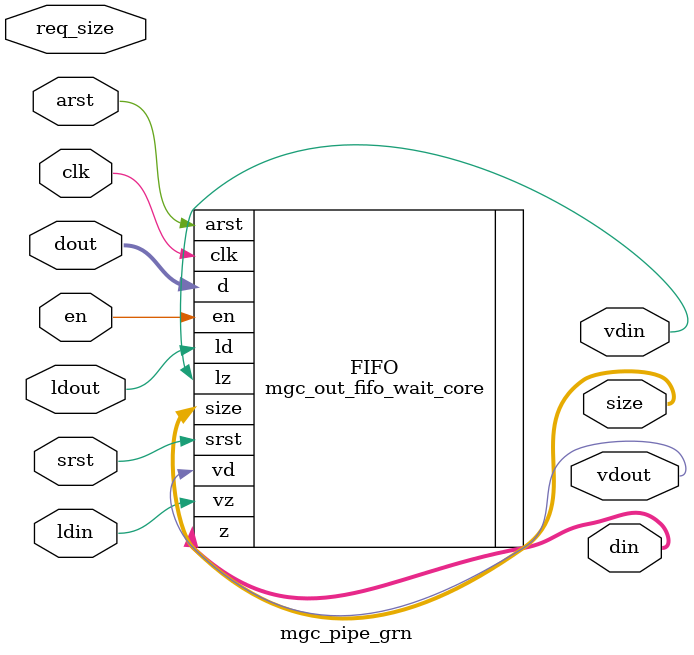
<source format=v>

module mgc_out_reg_pos_grn (clk, en, arst, srst, ld, d, lz, z);

    parameter integer rscid   = 1;
    parameter integer width   = 8;
    parameter         ph_en   =  1'b1;
    parameter         ph_arst =  1'b1;
    parameter         ph_srst =  1'b1;

    input              clk;
    input              en;
    input              arst;
    input              srst;
    input              ld;
    input  [width-1:0] d;
    output             lz;
    output [width-1:0] z;

    reg                lz;
    reg    [width-1:0] z;

    generate
    if (ph_arst == 1'b0)
    begin: NEG_ARST
        always @(posedge clk or negedge arst)
        if (arst == 1'b0)
        begin: B1
            lz <= 1'b0;
            z  <= {width{1'b0}};
        end
        else if (srst == ph_srst)
        begin: B2
            lz <= 1'b0;
            z  <= {width{1'b0}};
        end
        else if (en == ph_en)
        begin: B3
            lz <= ld;
            z  <= (ld) ? d : z;
        end
    end
    else
    begin: POS_ARST
        always @(posedge clk or posedge arst)
        if (arst == 1'b1)
        begin: B1
            lz <= 1'b0;
            z  <= {width{1'b0}};
        end
        else if (srst == ph_srst)
        begin: B2
            lz <= 1'b0;
            z  <= {width{1'b0}};
        end
        else if (en == ph_en)
        begin: B3
            lz <= ld;
            z  <= (ld) ? d : z;
        end
    end
    endgenerate

endmodule

//------------------------------------------------------------------

module mgc_out_reg_neg_grn (clk, en, arst, srst, ld, d, lz, z);

    parameter integer rscid   = 1;
    parameter integer width   = 8;
    parameter         ph_en   =  1'b1;
    parameter         ph_arst =  1'b1;
    parameter         ph_srst =  1'b1;

    input              clk;
    input              en;
    input              arst;
    input              srst;
    input              ld;
    input  [width-1:0] d;
    output             lz;
    output [width-1:0] z;

    reg                lz;
    reg    [width-1:0] z;

    generate
    if (ph_arst == 1'b0)
    begin: NEG_ARST
        always @(negedge clk or negedge arst)
        if (arst == 1'b0)
        begin: B1
            lz <= 1'b0;
            z  <= {width{1'b0}};
        end
        else if (srst == ph_srst)
        begin: B2
            lz <= 1'b0;
            z  <= {width{1'b0}};
        end
        else if (en == ph_en)
        begin: B3
            lz <= ld;
            z  <= (ld) ? d : z;
        end
    end
    else
    begin: POS_ARST
        always @(negedge clk or posedge arst)
        if (arst == 1'b1)
        begin: B1
            lz <= 1'b0;
            z  <= {width{1'b0}};
        end
        else if (srst == ph_srst)
        begin: B2
            lz <= 1'b0;
            z  <= {width{1'b0}};
        end
        else if (en == ph_en)
        begin: B3
            lz <= ld;
            z  <= (ld) ? d : z;
        end
    end
    endgenerate

endmodule

//------------------------------------------------------------------

module mgc_out_reg_grn (clk, en, arst, srst, ld, d, lz, z); // Not Supported

    parameter integer rscid   = 1;
    parameter integer width   = 8;
    parameter         ph_clk  =  1'b1;
    parameter         ph_en   =  1'b1;
    parameter         ph_arst =  1'b1;
    parameter         ph_srst =  1'b1;

    input              clk;
    input              en;
    input              arst;
    input              srst;
    input              ld;
    input  [width-1:0] d;
    output             lz;
    output [width-1:0] z;


    generate
    if (ph_clk == 1'b0)
    begin: NEG_EDGE

        mgc_out_reg_neg
        #(
            .rscid   (rscid),
            .width   (width),
            .ph_en   (ph_en),
            .ph_arst (ph_arst),
            .ph_srst (ph_srst)
        )
        mgc_out_reg_neg_inst
        (
            .clk     (clk),
            .en      (en),
            .arst    (arst),
            .srst    (srst),
            .ld      (ld),
            .d       (d),
            .lz      (lz),
            .z       (z)
        );

    end
    else
    begin: POS_EDGE

        mgc_out_reg_pos
        #(
            .rscid   (rscid),
            .width   (width),
            .ph_en   (ph_en),
            .ph_arst (ph_arst),
            .ph_srst (ph_srst)
        )
        mgc_out_reg_pos_inst
        (
            .clk     (clk),
            .en      (en),
            .arst    (arst),
            .srst    (srst),
            .ld      (ld),
            .d       (d),
            .lz      (lz),
            .z       (z)
        );

    end
    endgenerate

endmodule




//------------------------------------------------------------------

module mgc_out_buf_wait_grn (clk, en, arst, srst, ld, vd, d, vz, lz, z); // Not supported

    parameter integer rscid   = 1;
    parameter integer width   = 8;
    parameter         ph_clk  =  1'b1;
    parameter         ph_en   =  1'b1;
    parameter         ph_arst =  1'b1;
    parameter         ph_srst =  1'b1;

    input              clk;
    input              en;
    input              arst;
    input              srst;
    input              ld;
    output             vd;
    input  [width-1:0] d;
    output             lz;
    input              vz;
    output [width-1:0] z;

    wire               filled;
    wire               filled_next;
    wire   [width-1:0] abuf;
    wire               lbuf;


    assign filled_next = (filled & (~vz)) | (filled & ld) | (ld & (~vz));

    assign lbuf = ld & ~(filled ^ vz);

    assign vd = vz | ~filled;

    assign lz = ld | filled;

    assign z = (filled) ? abuf : d;

    wire dummy;
    wire dummy_bufreg_lz;

    // Output registers:
    mgc_out_reg
    #(
        .rscid   (rscid),
        .width   (1'b1),
        .ph_clk  (ph_clk),
        .ph_en   (ph_en),
        .ph_arst (ph_arst),
        .ph_srst (ph_srst)
    )
    STATREG
    (
        .clk     (clk),
        .en      (en),
        .arst    (arst),
        .srst    (srst),
        .ld      (filled_next),
        .d       (1'b0),       // input d is unused
        .lz      (filled),
        .z       (dummy)            // output z is unused
    );

    mgc_out_reg
    #(
        .rscid   (rscid),
        .width   (width),
        .ph_clk  (ph_clk),
        .ph_en   (ph_en),
        .ph_arst (ph_arst),
        .ph_srst (ph_srst)
    )
    BUFREG
    (
        .clk     (clk),
        .en      (en),
        .arst    (arst),
        .srst    (srst),
        .ld      (lbuf),
        .d       (d),
        .lz      (dummy_bufreg_lz),
        .z       (abuf)
    );

endmodule

//------------------------------------------------------------------

module mgc_out_fifo_wait_grn (clk, en, arst, srst, ld, vd, d, lz, vz,  z);

    parameter integer rscid   = 0; // resource ID
    parameter integer width   = 8; // fifo width
    parameter integer fifo_sz = 8; // fifo depth
    parameter         ph_clk  = 1'b1; // clock polarity 1=rising edge, 0=falling edge
    parameter         ph_en   = 1'b1; // clock enable polarity
    parameter         ph_arst = 1'b1; // async reset polarity
    parameter         ph_srst = 1'b1; // sync reset polarity
    parameter integer ph_log2 = 3; // log2(fifo_sz)
    parameter integer pwropt  = 0; // pwropt


    input                 clk;
    input                 en;
    input                 arst;
    input                 srst;
    input                 ld;    // load data
    output                vd;    // fifo full active low
    input     [width-1:0] d;
    output                lz;    // fifo ready to send
    input                 vz;    // dest ready for data
    output    [width-1:0] z;

    wire    [31:0]      size;


      // Output registers:
 mgc_out_fifo_wait_core#(
        .rscid   (rscid),
        .width   (width),
        .sz_width (32),
        .fifo_sz (fifo_sz),
        .ph_clk  (ph_clk),
        .ph_en   (ph_en),
        .ph_arst (ph_arst),
        .ph_srst (ph_srst),
        .ph_log2 (ph_log2),
        .pwropt  (pwropt)
        ) CORE (
        .clk (clk),
        .en (en),
        .arst (arst),
        .srst (srst),
        .ld (ld),
        .vd (vd),
        .d (d),
        .lz (lz),
        .vz (vz),
        .z (z),
        .size (size)
        );

endmodule



module mgc_out_fifo_wait_core_grn (clk, en, arst, srst, ld, vd, d, lz, vz,  z, size);

    parameter integer rscid   = 0; // resource ID
    parameter integer width   = 8; // fifo width
    parameter integer sz_width = 8; // size of port for elements in fifo
    parameter integer fifo_sz = 8; // fifo depth
    parameter         ph_clk  =  1'b1; // clock polarity 1=rising edge, 0=falling edge
    parameter         ph_en   =  1'b1; // clock enable polarity
    parameter         ph_arst =  1'b1; // async reset polarity
    parameter         ph_srst =  1'b1; // sync reset polarity
    parameter integer ph_log2 = 3; // log2(fifo_sz)
    parameter integer pwropt  = 0; // pwropt

   localparam integer  fifo_b = width * fifo_sz;

    input                 clk;
    input                 en;
    input                 arst;
    input                 srst;
    input                 ld;    // load data
    output                vd;    // fifo full active low
    input     [width-1:0] d;
    output                lz;    // fifo ready to send
    input                 vz;    // dest ready for data
    output    [width-1:0] z;
    output    [sz_width-1:0]      size;

    reg      [( (fifo_sz > 0) ? fifo_sz : 1)-1:0] stat_pre;
    wire     [( (fifo_sz > 0) ? fifo_sz : 1)-1:0] stat;
    reg      [( (fifo_b > 0) ? fifo_b : 1)-1:0] buff_pre;
    wire     [( (fifo_b > 0) ? fifo_b : 1)-1:0] buff;
    reg      [( (fifo_sz > 0) ? fifo_sz : 1)-1:0] en_l;
    reg      [(((fifo_sz > 0) ? fifo_sz : 1)-1)/8:0] en_l_s;

    reg       [width-1:0] buff_nxt;

    reg                   stat_nxt;
    reg                   stat_before;
    reg                   stat_after;
    reg                   en_l_var;

    integer               i;
    genvar                eni;

    wire [32:0]           size_t;
    reg [31:0]            count;
    reg [31:0]            count_t;
    reg [32:0]            n_elem;
// pragma translate_off
    reg [31:0]            peak;
// pragma translate_on

    wire [( (fifo_sz > 0) ? fifo_sz : 1)-1:0] dummy_statreg_lz;
    wire [( (fifo_b > 0) ? fifo_b : 1)-1:0] dummy_bufreg_lz;

    generate
    if ( fifo_sz > 0 )
    begin: FIFO_REG
      assign vd = vz | ~stat[0];
      assign lz = ld | stat[fifo_sz-1];
      assign size_t = (count - (vz && stat[fifo_sz-1])) + ld;
      assign size = size_t[sz_width-1:0];
      assign z = (stat[fifo_sz-1]) ? buff[fifo_b-1:width*(fifo_sz-1)] : d;

      always @(*)
      begin: FIFOPROC
        n_elem = 33'b0;
        for (i = fifo_sz-1; i >= 0; i = i - 1)
        begin
          if (i != 0)
            stat_before = stat[i-1];
          else
            stat_before = 1'b0;

          if (i != (fifo_sz-1))
            stat_after = stat[i+1];
          else
            stat_after = 1'b1;

          stat_nxt = stat_after &
                    (stat_before | (stat[i] & (~vz)) | (stat[i] & ld) | (ld & (~vz)));

          stat_pre[i] = stat_nxt;
          en_l_var = 1'b1;
          if (!stat_nxt)
            begin
              buff_nxt = {width{1'b0}};
              en_l_var = 1'b0;
            end
          else if (vz && stat_before)
            buff_nxt[0+:width] = buff[width*(i-1)+:width];
          else if (ld && !((vz && stat_before) || ((!vz) && stat[i])))
            buff_nxt = d;
          else
            begin
              if (pwropt == 0)
                buff_nxt[0+:width] = buff[width*i+:width];
              else
                buff_nxt = {width{1'b0}};
              en_l_var = 1'b0;
            end

          if (ph_en != 0)
            en_l[i] = en & en_l_var;
          else
            en_l[i] = en | ~en_l_var;

          buff_pre[width*i+:width] = buff_nxt[0+:width];

          if ((stat_after == 1'b1) && (stat[i] == 1'b0))
            n_elem = ($unsigned(fifo_sz) - 1) - i;
        end

        if (ph_en != 0)
          en_l_s[(((fifo_sz > 0) ? fifo_sz : 1)-1)/8] = 1'b1;
        else
          en_l_s[(((fifo_sz > 0) ? fifo_sz : 1)-1)/8] = 1'b0;

        for (i = fifo_sz-1; i >= 7; i = i - 1)
        begin
          if ((i%'d2) == 0)
          begin
            if (ph_en != 0)
              en_l_s[(i/8)-1] = en & (stat[i]|stat_pre[i-1]);
            else
              en_l_s[(i/8)-1] = en | ~(stat[i]|stat_pre[i-1]);
          end
        end

        if ( stat[fifo_sz-1] == 1'b0 )
          count_t = 32'b0;
        else if ( stat[0] == 1'b1 )
          count_t = { {(32-ph_log2){1'b0}}, fifo_sz};
        else
          count_t = n_elem[31:0];
        count = count_t;
// pragma translate_off
        if ( peak < count )
          peak = count;
// pragma translate_on
      end

      if (pwropt == 0)
      begin: NOCGFIFO
        // Output registers:
        mgc_out_reg
        #(
            .rscid   (rscid),
            .width   (fifo_sz),
            .ph_clk  (ph_clk),
            .ph_en   (ph_en),
            .ph_arst (ph_arst),
            .ph_srst (ph_srst)
        )
        STATREG
        (
            .clk     (clk),
            .en      (en),
            .arst    (arst),
            .srst    (srst),
            .ld      (1'b1),
            .d       (stat_pre),
            .lz      (dummy_statreg_lz[0]),
            .z       (stat)
        );
        mgc_out_reg
        #(
            .rscid   (rscid),
            .width   (fifo_b),
            .ph_clk  (ph_clk),
            .ph_en   (ph_en),
            .ph_arst (ph_arst),
            .ph_srst (ph_srst)
        )
        BUFREG
        (
            .clk     (clk),
            .en      (en),
            .arst    (arst),
            .srst    (srst),
            .ld      (1'b1),
            .d       (buff_pre),
            .lz      (dummy_bufreg_lz[0]),
            .z       (buff)
        );
      end
      else
      begin: CGFIFO
        // Output registers:
        if ( pwropt > 1)
        begin: CGSTATFIFO2
          for (eni = fifo_sz-1; eni >= 0; eni = eni - 1)
          begin: pwroptGEN1
            mgc_out_reg
            #(
              .rscid   (rscid),
              .width   (1),
              .ph_clk  (ph_clk),
              .ph_en   (ph_en),
              .ph_arst (ph_arst),
              .ph_srst (ph_srst)
            )
            STATREG
            (
              .clk     (clk),
              .en      (en_l_s[eni/8]),
              .arst    (arst),
              .srst    (srst),
              .ld      (1'b1),
              .d       (stat_pre[eni]),
              .lz      (dummy_statreg_lz[eni]),
              .z       (stat[eni])
            );
          end
        end
        else
        begin: CGSTATFIFO
          mgc_out_reg
          #(
            .rscid   (rscid),
            .width   (fifo_sz),
            .ph_clk  (ph_clk),
            .ph_en   (ph_en),
            .ph_arst (ph_arst),
            .ph_srst (ph_srst)
          )
          STATREG
          (
            .clk     (clk),
            .en      (en),
            .arst    (arst),
            .srst    (srst),
            .ld      (1'b1),
            .d       (stat_pre),
            .lz      (dummy_statreg_lz[0]),
            .z       (stat)
          );
        end
        for (eni = fifo_sz-1; eni >= 0; eni = eni - 1)
        begin: pwroptGEN2
          mgc_out_reg
          #(
            .rscid   (rscid),
            .width   (width),
            .ph_clk  (ph_clk),
            .ph_en   (ph_en),
            .ph_arst (ph_arst),
            .ph_srst (ph_srst)
          )
          BUFREG
          (
            .clk     (clk),
            .en      (en_l[eni]),
            .arst    (arst),
            .srst    (srst),
            .ld      (1'b1),
            .d       (buff_pre[width*eni+:width]),
            .lz      (dummy_bufreg_lz[eni]),
            .z       (buff[width*eni+:width])
          );
        end
      end
    end
    else
    begin: FEED_THRU
      assign vd = vz;
      assign lz = ld;
      assign z = d;
      assign size = ld && !vz;
    end
    endgenerate

endmodule

//------------------------------------------------------------------
//-- PIPE ENTITIES
//------------------------------------------------------------------
/*
 *
 *             _______________________________________________
 * WRITER    |                                               |          READER
 *           |           MGC_PIPE                            |
 *           |           __________________________          |
 *        --<| vdout  --<| vd ---------------  vz<|-----ldin<|---
 *           |           |      FIFO              |          |
 *        ---|>ldout  ---|>ld ---------------- lz |> ---vdin |>--
 *        ---|>dout -----|>d  ---------------- dz |> ----din |>--
 *           |           |________________________|          |
 *           |_______________________________________________|
 */
// two clock pipe
module mgc_pipe_grn (clk, en, arst, srst, ldin, vdin, din, ldout, vdout, dout, size, req_size);

    parameter integer rscid   = 0; // resource ID
    parameter integer width   = 8; // fifo width
    parameter integer sz_width = 8; // width of size of elements in fifo
    parameter integer fifo_sz = 8; // fifo depth
    parameter integer log2_sz = 3; // log2(fifo_sz)
    parameter         ph_clk  = 1'b1;  // clock polarity 1=rising edge, 0=falling edge
    parameter         ph_en   = 1'b1;  // clock enable polarity
    parameter         ph_arst = 1'b1;  // async reset polarity
    parameter         ph_srst = 1'b1;  // sync reset polarity
    parameter integer pwropt  = 0; // pwropt

    input              clk;
    input              en;
    input              arst;
    input              srst;
    input              ldin;
    output             vdin;
    output [width-1:0] din;
    input              ldout;
    output             vdout;
    input  [width-1:0] dout;
    output [sz_width-1:0]      size;
    input              req_size;


    mgc_out_fifo_wait_core
    #(
        .rscid    (rscid),
        .width    (width),
        .sz_width (sz_width),
        .fifo_sz  (fifo_sz),
        .ph_clk   (ph_clk),
        .ph_en    (ph_en),
        .ph_arst  (ph_arst),
        .ph_srst  (ph_srst),
        .ph_log2  (log2_sz),
        .pwropt   (pwropt)
    )
    FIFO
    (
        .clk     (clk),
        .en      (en),
        .arst    (arst),
        .srst    (srst),
        .ld      (ldout),
        .vd      (vdout),
        .d       (dout),
        .lz      (vdin),
        .vz      (ldin),
        .z       (din),
        .size    (size)
    );

endmodule


</source>
